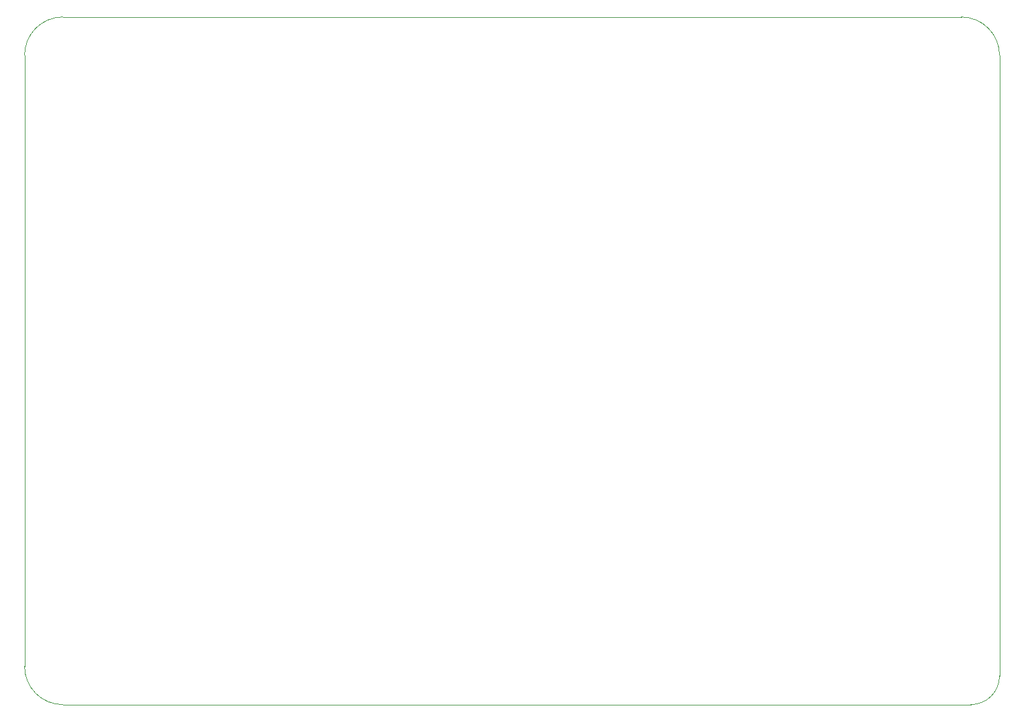
<source format=gbr>
%TF.GenerationSoftware,KiCad,Pcbnew,(5.1.9-0-10_14)*%
%TF.CreationDate,2021-06-28T10:44:47+08:00*%
%TF.ProjectId,pdm,70646d2e-6b69-4636-9164-5f7063625858,rev?*%
%TF.SameCoordinates,Original*%
%TF.FileFunction,Profile,NP*%
%FSLAX46Y46*%
G04 Gerber Fmt 4.6, Leading zero omitted, Abs format (unit mm)*
G04 Created by KiCad (PCBNEW (5.1.9-0-10_14)) date 2021-06-28 10:44:47*
%MOMM*%
%LPD*%
G01*
G04 APERTURE LIST*
%TA.AperFunction,Profile*%
%ADD10C,0.050000*%
%TD*%
G04 APERTURE END LIST*
D10*
X104267000Y-53594000D02*
G75*
G02*
X109347000Y-48514000I5080000J0D01*
G01*
X228727000Y-48514000D02*
G75*
G02*
X233807000Y-53594000I0J-5080000D01*
G01*
X233807000Y-136144000D02*
G75*
G02*
X229997000Y-139954000I-3810000J0D01*
G01*
X109347000Y-139954000D02*
G75*
G02*
X104267000Y-134874000I0J5080000D01*
G01*
X233807000Y-53594000D02*
X233807000Y-136144000D01*
X109347000Y-48514000D02*
X228727000Y-48514000D01*
X104267000Y-134874000D02*
X104267000Y-53594000D01*
X229997000Y-139954000D02*
X109347000Y-139954000D01*
M02*

</source>
